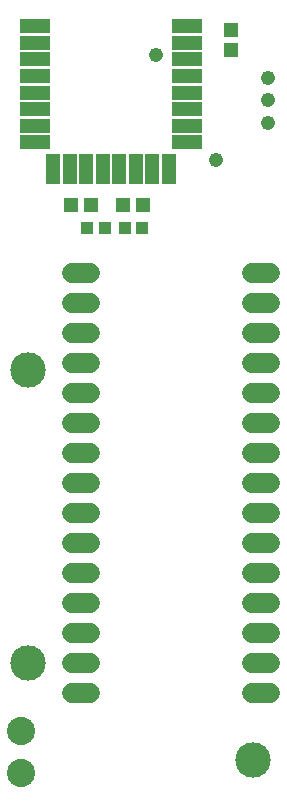
<source format=gts>
G75*
%MOIN*%
%OFA0B0*%
%FSLAX24Y24*%
%IPPOS*%
%LPD*%
%AMOC8*
5,1,8,0,0,1.08239X$1,22.5*
%
%ADD10C,0.1182*%
%ADD11R,0.1045X0.0474*%
%ADD12R,0.0474X0.1045*%
%ADD13C,0.0680*%
%ADD14R,0.0513X0.0474*%
%ADD15R,0.0474X0.0513*%
%ADD16R,0.0395X0.0395*%
%ADD17C,0.0940*%
%ADD18C,0.0476*%
D10*
X002519Y004680D03*
X002519Y014430D03*
X010019Y001430D03*
D11*
X007788Y022030D03*
X007788Y022582D03*
X007788Y023133D03*
X007788Y023684D03*
X007788Y024235D03*
X007788Y024786D03*
X007788Y025337D03*
X007788Y025889D03*
X002749Y025889D03*
X002749Y025337D03*
X002749Y024786D03*
X002749Y024235D03*
X002749Y023684D03*
X002749Y023133D03*
X002749Y022582D03*
X002749Y022030D03*
D12*
X003339Y021127D03*
X003891Y021127D03*
X004442Y021127D03*
X004993Y021127D03*
X005544Y021127D03*
X006095Y021127D03*
X006646Y021127D03*
X007198Y021127D03*
D13*
X004569Y017680D02*
X003969Y017680D01*
X003969Y016680D02*
X004569Y016680D01*
X004569Y015680D02*
X003969Y015680D01*
X003969Y014680D02*
X004569Y014680D01*
X004569Y013680D02*
X003969Y013680D01*
X003969Y012680D02*
X004569Y012680D01*
X004569Y011680D02*
X003969Y011680D01*
X003969Y010680D02*
X004569Y010680D01*
X004569Y009680D02*
X003969Y009680D01*
X003969Y008680D02*
X004569Y008680D01*
X004569Y007680D02*
X003969Y007680D01*
X003969Y006680D02*
X004569Y006680D01*
X004569Y005680D02*
X003969Y005680D01*
X003969Y004680D02*
X004569Y004680D01*
X004569Y003680D02*
X003969Y003680D01*
X009969Y003680D02*
X010569Y003680D01*
X010569Y004680D02*
X009969Y004680D01*
X009969Y005680D02*
X010569Y005680D01*
X010569Y006680D02*
X009969Y006680D01*
X009969Y007680D02*
X010569Y007680D01*
X010569Y008680D02*
X009969Y008680D01*
X009969Y009680D02*
X010569Y009680D01*
X010569Y010680D02*
X009969Y010680D01*
X009969Y011680D02*
X010569Y011680D01*
X010569Y012680D02*
X009969Y012680D01*
X009969Y013680D02*
X010569Y013680D01*
X010569Y014680D02*
X009969Y014680D01*
X009969Y015680D02*
X010569Y015680D01*
X010569Y016680D02*
X009969Y016680D01*
X009969Y017680D02*
X010569Y017680D01*
D14*
X009269Y025095D03*
X009269Y025765D03*
D15*
X006353Y019930D03*
X005684Y019930D03*
X004603Y019930D03*
X003934Y019930D03*
D16*
X004473Y019180D03*
X005064Y019180D03*
X005723Y019180D03*
X006314Y019180D03*
D17*
X002269Y001011D03*
X002269Y002389D03*
D18*
X008769Y021430D03*
X010519Y022680D03*
X010519Y023430D03*
X010519Y024180D03*
X006769Y024930D03*
M02*

</source>
